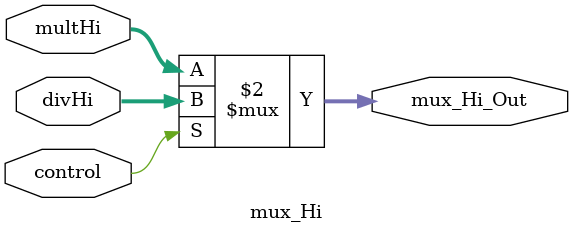
<source format=v>
module mux_Hi(input wire [31:0] multHi,
              input wire [31:0] divHi,
              input wire control,
              output wire [31:0] mux_Hi_Out);

  assign mux_Hi_Out = (control == 1'b0) ? multHi : divHi;


endmodule
</source>
